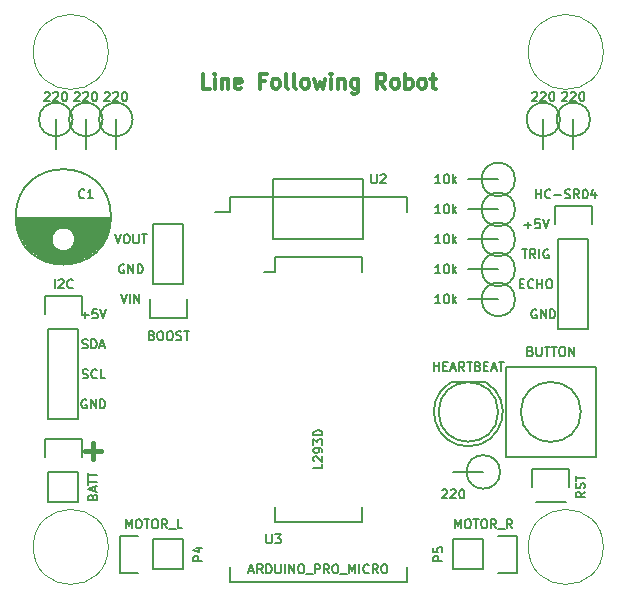
<source format=gto>
G04 #@! TF.FileFunction,Legend,Top*
%FSLAX46Y46*%
G04 Gerber Fmt 4.6, Leading zero omitted, Abs format (unit mm)*
G04 Created by KiCad (PCBNEW 4.0.5) date Thursday, March 09, 2017 'PMt' 12:33:45 PM*
%MOMM*%
%LPD*%
G01*
G04 APERTURE LIST*
%ADD10C,0.100000*%
%ADD11C,0.317500*%
%ADD12C,0.150000*%
%ADD13C,0.050800*%
%ADD14C,0.190500*%
%ADD15C,0.444500*%
G04 APERTURE END LIST*
D10*
D11*
X58117619Y-67249524D02*
X57512857Y-67249524D01*
X57512857Y-65979524D01*
X58540952Y-67249524D02*
X58540952Y-66402857D01*
X58540952Y-65979524D02*
X58480476Y-66040000D01*
X58540952Y-66100476D01*
X58601428Y-66040000D01*
X58540952Y-65979524D01*
X58540952Y-66100476D01*
X59145714Y-66402857D02*
X59145714Y-67249524D01*
X59145714Y-66523810D02*
X59206190Y-66463333D01*
X59327143Y-66402857D01*
X59508571Y-66402857D01*
X59629523Y-66463333D01*
X59690000Y-66584286D01*
X59690000Y-67249524D01*
X60778571Y-67189048D02*
X60657619Y-67249524D01*
X60415714Y-67249524D01*
X60294762Y-67189048D01*
X60234286Y-67068095D01*
X60234286Y-66584286D01*
X60294762Y-66463333D01*
X60415714Y-66402857D01*
X60657619Y-66402857D01*
X60778571Y-66463333D01*
X60839048Y-66584286D01*
X60839048Y-66705238D01*
X60234286Y-66826190D01*
X62774285Y-66584286D02*
X62350952Y-66584286D01*
X62350952Y-67249524D02*
X62350952Y-65979524D01*
X62955714Y-65979524D01*
X63620952Y-67249524D02*
X63499999Y-67189048D01*
X63439523Y-67128571D01*
X63379047Y-67007619D01*
X63379047Y-66644762D01*
X63439523Y-66523810D01*
X63499999Y-66463333D01*
X63620952Y-66402857D01*
X63802380Y-66402857D01*
X63923332Y-66463333D01*
X63983809Y-66523810D01*
X64044285Y-66644762D01*
X64044285Y-67007619D01*
X63983809Y-67128571D01*
X63923332Y-67189048D01*
X63802380Y-67249524D01*
X63620952Y-67249524D01*
X64770000Y-67249524D02*
X64649047Y-67189048D01*
X64588571Y-67068095D01*
X64588571Y-65979524D01*
X65435238Y-67249524D02*
X65314285Y-67189048D01*
X65253809Y-67068095D01*
X65253809Y-65979524D01*
X66100476Y-67249524D02*
X65979523Y-67189048D01*
X65919047Y-67128571D01*
X65858571Y-67007619D01*
X65858571Y-66644762D01*
X65919047Y-66523810D01*
X65979523Y-66463333D01*
X66100476Y-66402857D01*
X66281904Y-66402857D01*
X66402856Y-66463333D01*
X66463333Y-66523810D01*
X66523809Y-66644762D01*
X66523809Y-67007619D01*
X66463333Y-67128571D01*
X66402856Y-67189048D01*
X66281904Y-67249524D01*
X66100476Y-67249524D01*
X66947143Y-66402857D02*
X67189047Y-67249524D01*
X67430952Y-66644762D01*
X67672857Y-67249524D01*
X67914762Y-66402857D01*
X68398571Y-67249524D02*
X68398571Y-66402857D01*
X68398571Y-65979524D02*
X68338095Y-66040000D01*
X68398571Y-66100476D01*
X68459047Y-66040000D01*
X68398571Y-65979524D01*
X68398571Y-66100476D01*
X69003333Y-66402857D02*
X69003333Y-67249524D01*
X69003333Y-66523810D02*
X69063809Y-66463333D01*
X69184762Y-66402857D01*
X69366190Y-66402857D01*
X69487142Y-66463333D01*
X69547619Y-66584286D01*
X69547619Y-67249524D01*
X70696667Y-66402857D02*
X70696667Y-67430952D01*
X70636190Y-67551905D01*
X70575714Y-67612381D01*
X70454762Y-67672857D01*
X70273333Y-67672857D01*
X70152381Y-67612381D01*
X70696667Y-67189048D02*
X70575714Y-67249524D01*
X70333810Y-67249524D01*
X70212857Y-67189048D01*
X70152381Y-67128571D01*
X70091905Y-67007619D01*
X70091905Y-66644762D01*
X70152381Y-66523810D01*
X70212857Y-66463333D01*
X70333810Y-66402857D01*
X70575714Y-66402857D01*
X70696667Y-66463333D01*
X72994762Y-67249524D02*
X72571429Y-66644762D01*
X72269048Y-67249524D02*
X72269048Y-65979524D01*
X72752857Y-65979524D01*
X72873810Y-66040000D01*
X72934286Y-66100476D01*
X72994762Y-66221429D01*
X72994762Y-66402857D01*
X72934286Y-66523810D01*
X72873810Y-66584286D01*
X72752857Y-66644762D01*
X72269048Y-66644762D01*
X73720477Y-67249524D02*
X73599524Y-67189048D01*
X73539048Y-67128571D01*
X73478572Y-67007619D01*
X73478572Y-66644762D01*
X73539048Y-66523810D01*
X73599524Y-66463333D01*
X73720477Y-66402857D01*
X73901905Y-66402857D01*
X74022857Y-66463333D01*
X74083334Y-66523810D01*
X74143810Y-66644762D01*
X74143810Y-67007619D01*
X74083334Y-67128571D01*
X74022857Y-67189048D01*
X73901905Y-67249524D01*
X73720477Y-67249524D01*
X74688096Y-67249524D02*
X74688096Y-65979524D01*
X74688096Y-66463333D02*
X74809048Y-66402857D01*
X75050953Y-66402857D01*
X75171905Y-66463333D01*
X75232382Y-66523810D01*
X75292858Y-66644762D01*
X75292858Y-67007619D01*
X75232382Y-67128571D01*
X75171905Y-67189048D01*
X75050953Y-67249524D01*
X74809048Y-67249524D01*
X74688096Y-67189048D01*
X76018573Y-67249524D02*
X75897620Y-67189048D01*
X75837144Y-67128571D01*
X75776668Y-67007619D01*
X75776668Y-66644762D01*
X75837144Y-66523810D01*
X75897620Y-66463333D01*
X76018573Y-66402857D01*
X76200001Y-66402857D01*
X76320953Y-66463333D01*
X76381430Y-66523810D01*
X76441906Y-66644762D01*
X76441906Y-67007619D01*
X76381430Y-67128571D01*
X76320953Y-67189048D01*
X76200001Y-67249524D01*
X76018573Y-67249524D01*
X76804763Y-66402857D02*
X77288573Y-66402857D01*
X76986192Y-65979524D02*
X76986192Y-67068095D01*
X77046668Y-67189048D01*
X77167621Y-67249524D01*
X77288573Y-67249524D01*
D12*
X87630000Y-80010000D02*
X87630000Y-87630000D01*
X90170000Y-80010000D02*
X90170000Y-87630000D01*
X90450000Y-77190000D02*
X90450000Y-78740000D01*
X87630000Y-87630000D02*
X90170000Y-87630000D01*
X90170000Y-80010000D02*
X87630000Y-80010000D01*
X87350000Y-78740000D02*
X87350000Y-77190000D01*
X87350000Y-77190000D02*
X90450000Y-77190000D01*
X44450000Y-87630000D02*
X44450000Y-95250000D01*
X46990000Y-87630000D02*
X46990000Y-95250000D01*
X47270000Y-84810000D02*
X47270000Y-86360000D01*
X44450000Y-95250000D02*
X46990000Y-95250000D01*
X46990000Y-87630000D02*
X44450000Y-87630000D01*
X44170000Y-86360000D02*
X44170000Y-84810000D01*
X44170000Y-84810000D02*
X47270000Y-84810000D01*
X55880000Y-83820000D02*
X55880000Y-78740000D01*
X55880000Y-78740000D02*
X53340000Y-78740000D01*
X53340000Y-78740000D02*
X53340000Y-83820000D01*
X53060000Y-86640000D02*
X53060000Y-85090000D01*
X53340000Y-83820000D02*
X55880000Y-83820000D01*
X56160000Y-85090000D02*
X56160000Y-86640000D01*
X56160000Y-86640000D02*
X53060000Y-86640000D01*
X46990000Y-99695000D02*
X46990000Y-102235000D01*
X47270000Y-96875000D02*
X47270000Y-98425000D01*
X46990000Y-99695000D02*
X44450000Y-99695000D01*
X44170000Y-98425000D02*
X44170000Y-96875000D01*
X44170000Y-96875000D02*
X47270000Y-96875000D01*
X44450000Y-99695000D02*
X44450000Y-102235000D01*
X44450000Y-102235000D02*
X46990000Y-102235000D01*
X63500000Y-74930000D02*
X63500000Y-80010000D01*
X63500000Y-80010000D02*
X71120000Y-80010000D01*
X71120000Y-80010000D02*
X71120000Y-74930000D01*
X71120000Y-74930000D02*
X63500000Y-74930000D01*
X59825000Y-76445000D02*
X59825000Y-77715000D01*
X74795000Y-76445000D02*
X74795000Y-77715000D01*
X74795000Y-108975000D02*
X74795000Y-107705000D01*
X59825000Y-108975000D02*
X59825000Y-107705000D01*
X59825000Y-76445000D02*
X74795000Y-76445000D01*
X59825000Y-108975000D02*
X74795000Y-108975000D01*
X59825000Y-77715000D02*
X58540000Y-77715000D01*
X78485096Y-92130112D02*
G75*
G03X81510000Y-92115000I1524904J-2484888D01*
G01*
X78510000Y-92115000D02*
X81510000Y-92115000D01*
X82527936Y-94615000D02*
G75*
G03X82527936Y-94615000I-2517936J0D01*
G01*
D13*
X91440000Y-64135000D02*
G75*
G03X91440000Y-64135000I-3175000J0D01*
G01*
X49530000Y-106045000D02*
G75*
G03X49530000Y-106045000I-3175000J0D01*
G01*
X49530000Y-64135000D02*
G75*
G03X49530000Y-64135000I-3175000J0D01*
G01*
X91440000Y-106045000D02*
G75*
G03X91440000Y-106045000I-3175000J0D01*
G01*
D12*
X88545000Y-99415000D02*
X88545000Y-100965000D01*
X85445000Y-100965000D02*
X85445000Y-99415000D01*
X85445000Y-99415000D02*
X88545000Y-99415000D01*
X85725000Y-102235000D02*
X88265000Y-102235000D01*
X53340000Y-105410000D02*
X55880000Y-105410000D01*
X50520000Y-105130000D02*
X52070000Y-105130000D01*
X53340000Y-105410000D02*
X53340000Y-107950000D01*
X52070000Y-108230000D02*
X50520000Y-108230000D01*
X50520000Y-108230000D02*
X50520000Y-105130000D01*
X53340000Y-107950000D02*
X55880000Y-107950000D01*
X55880000Y-107950000D02*
X55880000Y-105410000D01*
X81280000Y-107950000D02*
X78740000Y-107950000D01*
X84100000Y-108230000D02*
X82550000Y-108230000D01*
X81280000Y-107950000D02*
X81280000Y-105410000D01*
X82550000Y-105130000D02*
X84100000Y-105130000D01*
X84100000Y-105130000D02*
X84100000Y-108230000D01*
X81280000Y-105410000D02*
X78740000Y-105410000D01*
X78740000Y-105410000D02*
X78740000Y-107950000D01*
X63635000Y-81525000D02*
X63635000Y-82795000D01*
X70985000Y-81525000D02*
X70985000Y-82795000D01*
X70985000Y-103895000D02*
X70985000Y-102625000D01*
X63635000Y-103895000D02*
X63635000Y-102625000D01*
X63635000Y-81525000D02*
X70985000Y-81525000D01*
X63635000Y-103895000D02*
X70985000Y-103895000D01*
X63635000Y-82795000D02*
X62700000Y-82795000D01*
X45085000Y-69850000D02*
X45085000Y-72390000D01*
X46504903Y-69850000D02*
G75*
G03X46504903Y-69850000I-1419903J0D01*
G01*
X47625000Y-69850000D02*
X47625000Y-72390000D01*
X49044903Y-69850000D02*
G75*
G03X49044903Y-69850000I-1419903J0D01*
G01*
X50165000Y-69850000D02*
X50165000Y-72390000D01*
X51584903Y-69850000D02*
G75*
G03X51584903Y-69850000I-1419903J0D01*
G01*
X86360000Y-69850000D02*
X86360000Y-72390000D01*
X87779903Y-69850000D02*
G75*
G03X87779903Y-69850000I-1419903J0D01*
G01*
X88900000Y-69850000D02*
X88900000Y-72390000D01*
X90319903Y-69850000D02*
G75*
G03X90319903Y-69850000I-1419903J0D01*
G01*
X82550000Y-77470000D02*
X80010000Y-77470000D01*
X83969903Y-77470000D02*
G75*
G03X83969903Y-77470000I-1419903J0D01*
G01*
X82550000Y-74930000D02*
X80010000Y-74930000D01*
X83969903Y-74930000D02*
G75*
G03X83969903Y-74930000I-1419903J0D01*
G01*
X82550000Y-85090000D02*
X80010000Y-85090000D01*
X83969903Y-85090000D02*
G75*
G03X83969903Y-85090000I-1419903J0D01*
G01*
X82550000Y-82550000D02*
X80010000Y-82550000D01*
X83969903Y-82550000D02*
G75*
G03X83969903Y-82550000I-1419903J0D01*
G01*
X82550000Y-80010000D02*
X80010000Y-80010000D01*
X83969903Y-80010000D02*
G75*
G03X83969903Y-80010000I-1419903J0D01*
G01*
X81280000Y-99695000D02*
X78740000Y-99695000D01*
X82699903Y-99695000D02*
G75*
G03X82699903Y-99695000I-1419903J0D01*
G01*
X89535000Y-94615000D02*
G75*
G03X89535000Y-94615000I-2540000J0D01*
G01*
X90805000Y-90805000D02*
X90805000Y-98425000D01*
X90805000Y-98425000D02*
X83185000Y-98425000D01*
X83185000Y-98425000D02*
X83185000Y-90805000D01*
X90805000Y-90805000D02*
X83185000Y-90805000D01*
X49719000Y-78175000D02*
X41721000Y-78175000D01*
X49714000Y-78315000D02*
X41726000Y-78315000D01*
X49704000Y-78455000D02*
X41736000Y-78455000D01*
X49689000Y-78595000D02*
X41751000Y-78595000D01*
X49669000Y-78735000D02*
X41771000Y-78735000D01*
X49644000Y-78875000D02*
X41796000Y-78875000D01*
X49614000Y-79015000D02*
X45893000Y-79015000D01*
X45547000Y-79015000D02*
X41826000Y-79015000D01*
X49578000Y-79155000D02*
X46255000Y-79155000D01*
X45185000Y-79155000D02*
X41862000Y-79155000D01*
X49537000Y-79295000D02*
X46429000Y-79295000D01*
X45011000Y-79295000D02*
X41903000Y-79295000D01*
X49491000Y-79435000D02*
X46545000Y-79435000D01*
X44895000Y-79435000D02*
X41949000Y-79435000D01*
X49438000Y-79575000D02*
X46625000Y-79575000D01*
X44815000Y-79575000D02*
X42002000Y-79575000D01*
X49379000Y-79715000D02*
X46679000Y-79715000D01*
X44761000Y-79715000D02*
X42061000Y-79715000D01*
X49314000Y-79855000D02*
X46709000Y-79855000D01*
X44731000Y-79855000D02*
X42126000Y-79855000D01*
X49243000Y-79995000D02*
X46720000Y-79995000D01*
X44720000Y-79995000D02*
X42197000Y-79995000D01*
X49164000Y-80135000D02*
X46711000Y-80135000D01*
X44729000Y-80135000D02*
X42276000Y-80135000D01*
X49077000Y-80275000D02*
X46681000Y-80275000D01*
X44759000Y-80275000D02*
X42363000Y-80275000D01*
X48982000Y-80415000D02*
X46630000Y-80415000D01*
X44810000Y-80415000D02*
X42458000Y-80415000D01*
X48878000Y-80555000D02*
X46552000Y-80555000D01*
X44888000Y-80555000D02*
X42562000Y-80555000D01*
X48764000Y-80695000D02*
X46439000Y-80695000D01*
X45001000Y-80695000D02*
X42676000Y-80695000D01*
X48639000Y-80835000D02*
X46270000Y-80835000D01*
X45170000Y-80835000D02*
X42801000Y-80835000D01*
X48501000Y-80975000D02*
X45942000Y-80975000D01*
X45498000Y-80975000D02*
X42939000Y-80975000D01*
X48349000Y-81115000D02*
X43091000Y-81115000D01*
X48179000Y-81255000D02*
X43261000Y-81255000D01*
X47988000Y-81395000D02*
X43452000Y-81395000D01*
X47770000Y-81535000D02*
X43670000Y-81535000D01*
X47514000Y-81675000D02*
X43926000Y-81675000D01*
X47203000Y-81815000D02*
X44237000Y-81815000D01*
X46787000Y-81955000D02*
X44653000Y-81955000D01*
X45920000Y-82095000D02*
X45520000Y-82095000D01*
X46720000Y-80000000D02*
G75*
G03X46720000Y-80000000I-1000000J0D01*
G01*
X49757500Y-78100000D02*
G75*
G03X49757500Y-78100000I-4037500J0D01*
G01*
D14*
X85725001Y-76544714D02*
X85725001Y-75782714D01*
X85725001Y-76145571D02*
X86160429Y-76145571D01*
X86160429Y-76544714D02*
X86160429Y-75782714D01*
X86958715Y-76472143D02*
X86922429Y-76508429D01*
X86813572Y-76544714D01*
X86741001Y-76544714D01*
X86632144Y-76508429D01*
X86559572Y-76435857D01*
X86523287Y-76363286D01*
X86487001Y-76218143D01*
X86487001Y-76109286D01*
X86523287Y-75964143D01*
X86559572Y-75891571D01*
X86632144Y-75819000D01*
X86741001Y-75782714D01*
X86813572Y-75782714D01*
X86922429Y-75819000D01*
X86958715Y-75855286D01*
X87285287Y-76254429D02*
X87865858Y-76254429D01*
X88192430Y-76508429D02*
X88301287Y-76544714D01*
X88482716Y-76544714D01*
X88555287Y-76508429D01*
X88591573Y-76472143D01*
X88627858Y-76399571D01*
X88627858Y-76327000D01*
X88591573Y-76254429D01*
X88555287Y-76218143D01*
X88482716Y-76181857D01*
X88337573Y-76145571D01*
X88265001Y-76109286D01*
X88228716Y-76073000D01*
X88192430Y-76000429D01*
X88192430Y-75927857D01*
X88228716Y-75855286D01*
X88265001Y-75819000D01*
X88337573Y-75782714D01*
X88519001Y-75782714D01*
X88627858Y-75819000D01*
X89389858Y-76544714D02*
X89135858Y-76181857D01*
X88954430Y-76544714D02*
X88954430Y-75782714D01*
X89244715Y-75782714D01*
X89317287Y-75819000D01*
X89353572Y-75855286D01*
X89389858Y-75927857D01*
X89389858Y-76036714D01*
X89353572Y-76109286D01*
X89317287Y-76145571D01*
X89244715Y-76181857D01*
X88954430Y-76181857D01*
X89861572Y-75782714D02*
X89934144Y-75782714D01*
X90006715Y-75819000D01*
X90043001Y-75855286D01*
X90079287Y-75927857D01*
X90115572Y-76073000D01*
X90115572Y-76254429D01*
X90079287Y-76399571D01*
X90043001Y-76472143D01*
X90006715Y-76508429D01*
X89934144Y-76544714D01*
X89861572Y-76544714D01*
X89789001Y-76508429D01*
X89752715Y-76472143D01*
X89716430Y-76399571D01*
X89680144Y-76254429D01*
X89680144Y-76073000D01*
X89716430Y-75927857D01*
X89752715Y-75855286D01*
X89789001Y-75819000D01*
X89861572Y-75782714D01*
X90768715Y-76036714D02*
X90768715Y-76544714D01*
X90587286Y-75746429D02*
X90405858Y-76290714D01*
X90877572Y-76290714D01*
X85779428Y-85979000D02*
X85706857Y-85942714D01*
X85598000Y-85942714D01*
X85489143Y-85979000D01*
X85416571Y-86051571D01*
X85380286Y-86124143D01*
X85344000Y-86269286D01*
X85344000Y-86378143D01*
X85380286Y-86523286D01*
X85416571Y-86595857D01*
X85489143Y-86668429D01*
X85598000Y-86704714D01*
X85670571Y-86704714D01*
X85779428Y-86668429D01*
X85815714Y-86632143D01*
X85815714Y-86378143D01*
X85670571Y-86378143D01*
X86142286Y-86704714D02*
X86142286Y-85942714D01*
X86577714Y-86704714D01*
X86577714Y-85942714D01*
X86940572Y-86704714D02*
X86940572Y-85942714D01*
X87122000Y-85942714D01*
X87230857Y-85979000D01*
X87303429Y-86051571D01*
X87339714Y-86124143D01*
X87376000Y-86269286D01*
X87376000Y-86378143D01*
X87339714Y-86523286D01*
X87303429Y-86595857D01*
X87230857Y-86668429D01*
X87122000Y-86704714D01*
X86940572Y-86704714D01*
X84382429Y-83765571D02*
X84636429Y-83765571D01*
X84745286Y-84164714D02*
X84382429Y-84164714D01*
X84382429Y-83402714D01*
X84745286Y-83402714D01*
X85507286Y-84092143D02*
X85471000Y-84128429D01*
X85362143Y-84164714D01*
X85289572Y-84164714D01*
X85180715Y-84128429D01*
X85108143Y-84055857D01*
X85071858Y-83983286D01*
X85035572Y-83838143D01*
X85035572Y-83729286D01*
X85071858Y-83584143D01*
X85108143Y-83511571D01*
X85180715Y-83439000D01*
X85289572Y-83402714D01*
X85362143Y-83402714D01*
X85471000Y-83439000D01*
X85507286Y-83475286D01*
X85833858Y-84164714D02*
X85833858Y-83402714D01*
X85833858Y-83765571D02*
X86269286Y-83765571D01*
X86269286Y-84164714D02*
X86269286Y-83402714D01*
X86777286Y-83402714D02*
X86922429Y-83402714D01*
X86995001Y-83439000D01*
X87067572Y-83511571D01*
X87103858Y-83656714D01*
X87103858Y-83910714D01*
X87067572Y-84055857D01*
X86995001Y-84128429D01*
X86922429Y-84164714D01*
X86777286Y-84164714D01*
X86704715Y-84128429D01*
X86632144Y-84055857D01*
X86595858Y-83910714D01*
X86595858Y-83656714D01*
X86632144Y-83511571D01*
X86704715Y-83439000D01*
X86777286Y-83402714D01*
X84563857Y-80862714D02*
X84999286Y-80862714D01*
X84781572Y-81624714D02*
X84781572Y-80862714D01*
X85688714Y-81624714D02*
X85434714Y-81261857D01*
X85253286Y-81624714D02*
X85253286Y-80862714D01*
X85543571Y-80862714D01*
X85616143Y-80899000D01*
X85652428Y-80935286D01*
X85688714Y-81007857D01*
X85688714Y-81116714D01*
X85652428Y-81189286D01*
X85616143Y-81225571D01*
X85543571Y-81261857D01*
X85253286Y-81261857D01*
X86015286Y-81624714D02*
X86015286Y-80862714D01*
X86777285Y-80899000D02*
X86704714Y-80862714D01*
X86595857Y-80862714D01*
X86487000Y-80899000D01*
X86414428Y-80971571D01*
X86378143Y-81044143D01*
X86341857Y-81189286D01*
X86341857Y-81298143D01*
X86378143Y-81443286D01*
X86414428Y-81515857D01*
X86487000Y-81588429D01*
X86595857Y-81624714D01*
X86668428Y-81624714D01*
X86777285Y-81588429D01*
X86813571Y-81552143D01*
X86813571Y-81298143D01*
X86668428Y-81298143D01*
X84745286Y-78794429D02*
X85325857Y-78794429D01*
X85035571Y-79084714D02*
X85035571Y-78504143D01*
X86051572Y-78322714D02*
X85688715Y-78322714D01*
X85652429Y-78685571D01*
X85688715Y-78649286D01*
X85761286Y-78613000D01*
X85942715Y-78613000D01*
X86015286Y-78649286D01*
X86051572Y-78685571D01*
X86087857Y-78758143D01*
X86087857Y-78939571D01*
X86051572Y-79012143D01*
X86015286Y-79048429D01*
X85942715Y-79084714D01*
X85761286Y-79084714D01*
X85688715Y-79048429D01*
X85652429Y-79012143D01*
X86305571Y-78322714D02*
X86559571Y-79084714D01*
X86813571Y-78322714D01*
X44976144Y-84164714D02*
X44976144Y-83402714D01*
X45302715Y-83475286D02*
X45339001Y-83439000D01*
X45411572Y-83402714D01*
X45593001Y-83402714D01*
X45665572Y-83439000D01*
X45701858Y-83475286D01*
X45738143Y-83547857D01*
X45738143Y-83620429D01*
X45701858Y-83729286D01*
X45266429Y-84164714D01*
X45738143Y-84164714D01*
X46500143Y-84092143D02*
X46463857Y-84128429D01*
X46355000Y-84164714D01*
X46282429Y-84164714D01*
X46173572Y-84128429D01*
X46101000Y-84055857D01*
X46064715Y-83983286D01*
X46028429Y-83838143D01*
X46028429Y-83729286D01*
X46064715Y-83584143D01*
X46101000Y-83511571D01*
X46173572Y-83439000D01*
X46282429Y-83402714D01*
X46355000Y-83402714D01*
X46463857Y-83439000D01*
X46500143Y-83475286D01*
X47679428Y-93599000D02*
X47606857Y-93562714D01*
X47498000Y-93562714D01*
X47389143Y-93599000D01*
X47316571Y-93671571D01*
X47280286Y-93744143D01*
X47244000Y-93889286D01*
X47244000Y-93998143D01*
X47280286Y-94143286D01*
X47316571Y-94215857D01*
X47389143Y-94288429D01*
X47498000Y-94324714D01*
X47570571Y-94324714D01*
X47679428Y-94288429D01*
X47715714Y-94252143D01*
X47715714Y-93998143D01*
X47570571Y-93998143D01*
X48042286Y-94324714D02*
X48042286Y-93562714D01*
X48477714Y-94324714D01*
X48477714Y-93562714D01*
X48840572Y-94324714D02*
X48840572Y-93562714D01*
X49022000Y-93562714D01*
X49130857Y-93599000D01*
X49203429Y-93671571D01*
X49239714Y-93744143D01*
X49276000Y-93889286D01*
X49276000Y-93998143D01*
X49239714Y-94143286D01*
X49203429Y-94215857D01*
X49130857Y-94288429D01*
X49022000Y-94324714D01*
X48840572Y-94324714D01*
X47280286Y-86414429D02*
X47860857Y-86414429D01*
X47570571Y-86704714D02*
X47570571Y-86124143D01*
X48586572Y-85942714D02*
X48223715Y-85942714D01*
X48187429Y-86305571D01*
X48223715Y-86269286D01*
X48296286Y-86233000D01*
X48477715Y-86233000D01*
X48550286Y-86269286D01*
X48586572Y-86305571D01*
X48622857Y-86378143D01*
X48622857Y-86559571D01*
X48586572Y-86632143D01*
X48550286Y-86668429D01*
X48477715Y-86704714D01*
X48296286Y-86704714D01*
X48223715Y-86668429D01*
X48187429Y-86632143D01*
X48840571Y-85942714D02*
X49094571Y-86704714D01*
X49348571Y-85942714D01*
X47352858Y-91748429D02*
X47461715Y-91784714D01*
X47643144Y-91784714D01*
X47715715Y-91748429D01*
X47752001Y-91712143D01*
X47788286Y-91639571D01*
X47788286Y-91567000D01*
X47752001Y-91494429D01*
X47715715Y-91458143D01*
X47643144Y-91421857D01*
X47498001Y-91385571D01*
X47425429Y-91349286D01*
X47389144Y-91313000D01*
X47352858Y-91240429D01*
X47352858Y-91167857D01*
X47389144Y-91095286D01*
X47425429Y-91059000D01*
X47498001Y-91022714D01*
X47679429Y-91022714D01*
X47788286Y-91059000D01*
X48550286Y-91712143D02*
X48514000Y-91748429D01*
X48405143Y-91784714D01*
X48332572Y-91784714D01*
X48223715Y-91748429D01*
X48151143Y-91675857D01*
X48114858Y-91603286D01*
X48078572Y-91458143D01*
X48078572Y-91349286D01*
X48114858Y-91204143D01*
X48151143Y-91131571D01*
X48223715Y-91059000D01*
X48332572Y-91022714D01*
X48405143Y-91022714D01*
X48514000Y-91059000D01*
X48550286Y-91095286D01*
X49239715Y-91784714D02*
X48876858Y-91784714D01*
X48876858Y-91022714D01*
X47334715Y-89208429D02*
X47443572Y-89244714D01*
X47625001Y-89244714D01*
X47697572Y-89208429D01*
X47733858Y-89172143D01*
X47770143Y-89099571D01*
X47770143Y-89027000D01*
X47733858Y-88954429D01*
X47697572Y-88918143D01*
X47625001Y-88881857D01*
X47479858Y-88845571D01*
X47407286Y-88809286D01*
X47371001Y-88773000D01*
X47334715Y-88700429D01*
X47334715Y-88627857D01*
X47371001Y-88555286D01*
X47407286Y-88519000D01*
X47479858Y-88482714D01*
X47661286Y-88482714D01*
X47770143Y-88519000D01*
X48096715Y-89244714D02*
X48096715Y-88482714D01*
X48278143Y-88482714D01*
X48387000Y-88519000D01*
X48459572Y-88591571D01*
X48495857Y-88664143D01*
X48532143Y-88809286D01*
X48532143Y-88918143D01*
X48495857Y-89063286D01*
X48459572Y-89135857D01*
X48387000Y-89208429D01*
X48278143Y-89244714D01*
X48096715Y-89244714D01*
X48822429Y-89027000D02*
X49185286Y-89027000D01*
X48749857Y-89244714D02*
X49003857Y-88482714D01*
X49257857Y-89244714D01*
X53213001Y-88135571D02*
X53321858Y-88171857D01*
X53358143Y-88208143D01*
X53394429Y-88280714D01*
X53394429Y-88389571D01*
X53358143Y-88462143D01*
X53321858Y-88498429D01*
X53249286Y-88534714D01*
X52959001Y-88534714D01*
X52959001Y-87772714D01*
X53213001Y-87772714D01*
X53285572Y-87809000D01*
X53321858Y-87845286D01*
X53358143Y-87917857D01*
X53358143Y-87990429D01*
X53321858Y-88063000D01*
X53285572Y-88099286D01*
X53213001Y-88135571D01*
X52959001Y-88135571D01*
X53866143Y-87772714D02*
X54011286Y-87772714D01*
X54083858Y-87809000D01*
X54156429Y-87881571D01*
X54192715Y-88026714D01*
X54192715Y-88280714D01*
X54156429Y-88425857D01*
X54083858Y-88498429D01*
X54011286Y-88534714D01*
X53866143Y-88534714D01*
X53793572Y-88498429D01*
X53721001Y-88425857D01*
X53684715Y-88280714D01*
X53684715Y-88026714D01*
X53721001Y-87881571D01*
X53793572Y-87809000D01*
X53866143Y-87772714D01*
X54664429Y-87772714D02*
X54809572Y-87772714D01*
X54882144Y-87809000D01*
X54954715Y-87881571D01*
X54991001Y-88026714D01*
X54991001Y-88280714D01*
X54954715Y-88425857D01*
X54882144Y-88498429D01*
X54809572Y-88534714D01*
X54664429Y-88534714D01*
X54591858Y-88498429D01*
X54519287Y-88425857D01*
X54483001Y-88280714D01*
X54483001Y-88026714D01*
X54519287Y-87881571D01*
X54591858Y-87809000D01*
X54664429Y-87772714D01*
X55281287Y-88498429D02*
X55390144Y-88534714D01*
X55571573Y-88534714D01*
X55644144Y-88498429D01*
X55680430Y-88462143D01*
X55716715Y-88389571D01*
X55716715Y-88317000D01*
X55680430Y-88244429D01*
X55644144Y-88208143D01*
X55571573Y-88171857D01*
X55426430Y-88135571D01*
X55353858Y-88099286D01*
X55317573Y-88063000D01*
X55281287Y-87990429D01*
X55281287Y-87917857D01*
X55317573Y-87845286D01*
X55353858Y-87809000D01*
X55426430Y-87772714D01*
X55607858Y-87772714D01*
X55716715Y-87809000D01*
X55934429Y-87772714D02*
X56369858Y-87772714D01*
X56152144Y-88534714D02*
X56152144Y-87772714D01*
X50092428Y-79592714D02*
X50346428Y-80354714D01*
X50600428Y-79592714D01*
X50999571Y-79592714D02*
X51144714Y-79592714D01*
X51217286Y-79629000D01*
X51289857Y-79701571D01*
X51326143Y-79846714D01*
X51326143Y-80100714D01*
X51289857Y-80245857D01*
X51217286Y-80318429D01*
X51144714Y-80354714D01*
X50999571Y-80354714D01*
X50927000Y-80318429D01*
X50854429Y-80245857D01*
X50818143Y-80100714D01*
X50818143Y-79846714D01*
X50854429Y-79701571D01*
X50927000Y-79629000D01*
X50999571Y-79592714D01*
X51652715Y-79592714D02*
X51652715Y-80209571D01*
X51689000Y-80282143D01*
X51725286Y-80318429D01*
X51797857Y-80354714D01*
X51943000Y-80354714D01*
X52015572Y-80318429D01*
X52051857Y-80282143D01*
X52088143Y-80209571D01*
X52088143Y-79592714D01*
X52342143Y-79592714D02*
X52777572Y-79592714D01*
X52559858Y-80354714D02*
X52559858Y-79592714D01*
X50854428Y-82169000D02*
X50781857Y-82132714D01*
X50673000Y-82132714D01*
X50564143Y-82169000D01*
X50491571Y-82241571D01*
X50455286Y-82314143D01*
X50419000Y-82459286D01*
X50419000Y-82568143D01*
X50455286Y-82713286D01*
X50491571Y-82785857D01*
X50564143Y-82858429D01*
X50673000Y-82894714D01*
X50745571Y-82894714D01*
X50854428Y-82858429D01*
X50890714Y-82822143D01*
X50890714Y-82568143D01*
X50745571Y-82568143D01*
X51217286Y-82894714D02*
X51217286Y-82132714D01*
X51652714Y-82894714D01*
X51652714Y-82132714D01*
X52015572Y-82894714D02*
X52015572Y-82132714D01*
X52197000Y-82132714D01*
X52305857Y-82169000D01*
X52378429Y-82241571D01*
X52414714Y-82314143D01*
X52451000Y-82459286D01*
X52451000Y-82568143D01*
X52414714Y-82713286D01*
X52378429Y-82785857D01*
X52305857Y-82858429D01*
X52197000Y-82894714D01*
X52015572Y-82894714D01*
X50600428Y-84672714D02*
X50854428Y-85434714D01*
X51108428Y-84672714D01*
X51362429Y-85434714D02*
X51362429Y-84672714D01*
X51725286Y-85434714D02*
X51725286Y-84672714D01*
X52160714Y-85434714D01*
X52160714Y-84672714D01*
X48205571Y-101817713D02*
X48241857Y-101708856D01*
X48278143Y-101672571D01*
X48350714Y-101636285D01*
X48459571Y-101636285D01*
X48532143Y-101672571D01*
X48568429Y-101708856D01*
X48604714Y-101781428D01*
X48604714Y-102071713D01*
X47842714Y-102071713D01*
X47842714Y-101817713D01*
X47879000Y-101745142D01*
X47915286Y-101708856D01*
X47987857Y-101672571D01*
X48060429Y-101672571D01*
X48133000Y-101708856D01*
X48169286Y-101745142D01*
X48205571Y-101817713D01*
X48205571Y-102071713D01*
X48387000Y-101345999D02*
X48387000Y-100983142D01*
X48604714Y-101418571D02*
X47842714Y-101164571D01*
X48604714Y-100910571D01*
X47842714Y-100765428D02*
X47842714Y-100329999D01*
X48604714Y-100547713D02*
X47842714Y-100547713D01*
X47842714Y-100184857D02*
X47842714Y-99749428D01*
X48604714Y-99967142D02*
X47842714Y-99967142D01*
D15*
X47582667Y-97917000D02*
X48937334Y-97917000D01*
X48260001Y-98594333D02*
X48260001Y-97239667D01*
D14*
X71809429Y-74512714D02*
X71809429Y-75129571D01*
X71845714Y-75202143D01*
X71882000Y-75238429D01*
X71954571Y-75274714D01*
X72099714Y-75274714D01*
X72172286Y-75238429D01*
X72208571Y-75202143D01*
X72244857Y-75129571D01*
X72244857Y-74512714D01*
X72571429Y-74585286D02*
X72607715Y-74549000D01*
X72680286Y-74512714D01*
X72861715Y-74512714D01*
X72934286Y-74549000D01*
X72970572Y-74585286D01*
X73006857Y-74657857D01*
X73006857Y-74730429D01*
X72970572Y-74839286D01*
X72535143Y-75274714D01*
X73006857Y-75274714D01*
X61468000Y-108077000D02*
X61830857Y-108077000D01*
X61395428Y-108294714D02*
X61649428Y-107532714D01*
X61903428Y-108294714D01*
X62592857Y-108294714D02*
X62338857Y-107931857D01*
X62157429Y-108294714D02*
X62157429Y-107532714D01*
X62447714Y-107532714D01*
X62520286Y-107569000D01*
X62556571Y-107605286D01*
X62592857Y-107677857D01*
X62592857Y-107786714D01*
X62556571Y-107859286D01*
X62520286Y-107895571D01*
X62447714Y-107931857D01*
X62157429Y-107931857D01*
X62919429Y-108294714D02*
X62919429Y-107532714D01*
X63100857Y-107532714D01*
X63209714Y-107569000D01*
X63282286Y-107641571D01*
X63318571Y-107714143D01*
X63354857Y-107859286D01*
X63354857Y-107968143D01*
X63318571Y-108113286D01*
X63282286Y-108185857D01*
X63209714Y-108258429D01*
X63100857Y-108294714D01*
X62919429Y-108294714D01*
X63681429Y-107532714D02*
X63681429Y-108149571D01*
X63717714Y-108222143D01*
X63754000Y-108258429D01*
X63826571Y-108294714D01*
X63971714Y-108294714D01*
X64044286Y-108258429D01*
X64080571Y-108222143D01*
X64116857Y-108149571D01*
X64116857Y-107532714D01*
X64479715Y-108294714D02*
X64479715Y-107532714D01*
X64842572Y-108294714D02*
X64842572Y-107532714D01*
X65278000Y-108294714D01*
X65278000Y-107532714D01*
X65786000Y-107532714D02*
X65931143Y-107532714D01*
X66003715Y-107569000D01*
X66076286Y-107641571D01*
X66112572Y-107786714D01*
X66112572Y-108040714D01*
X66076286Y-108185857D01*
X66003715Y-108258429D01*
X65931143Y-108294714D01*
X65786000Y-108294714D01*
X65713429Y-108258429D01*
X65640858Y-108185857D01*
X65604572Y-108040714D01*
X65604572Y-107786714D01*
X65640858Y-107641571D01*
X65713429Y-107569000D01*
X65786000Y-107532714D01*
X66257715Y-108367286D02*
X66838286Y-108367286D01*
X67019715Y-108294714D02*
X67019715Y-107532714D01*
X67310000Y-107532714D01*
X67382572Y-107569000D01*
X67418857Y-107605286D01*
X67455143Y-107677857D01*
X67455143Y-107786714D01*
X67418857Y-107859286D01*
X67382572Y-107895571D01*
X67310000Y-107931857D01*
X67019715Y-107931857D01*
X68217143Y-108294714D02*
X67963143Y-107931857D01*
X67781715Y-108294714D02*
X67781715Y-107532714D01*
X68072000Y-107532714D01*
X68144572Y-107569000D01*
X68180857Y-107605286D01*
X68217143Y-107677857D01*
X68217143Y-107786714D01*
X68180857Y-107859286D01*
X68144572Y-107895571D01*
X68072000Y-107931857D01*
X67781715Y-107931857D01*
X68688857Y-107532714D02*
X68834000Y-107532714D01*
X68906572Y-107569000D01*
X68979143Y-107641571D01*
X69015429Y-107786714D01*
X69015429Y-108040714D01*
X68979143Y-108185857D01*
X68906572Y-108258429D01*
X68834000Y-108294714D01*
X68688857Y-108294714D01*
X68616286Y-108258429D01*
X68543715Y-108185857D01*
X68507429Y-108040714D01*
X68507429Y-107786714D01*
X68543715Y-107641571D01*
X68616286Y-107569000D01*
X68688857Y-107532714D01*
X69160572Y-108367286D02*
X69741143Y-108367286D01*
X69922572Y-108294714D02*
X69922572Y-107532714D01*
X70176572Y-108077000D01*
X70430572Y-107532714D01*
X70430572Y-108294714D01*
X70793429Y-108294714D02*
X70793429Y-107532714D01*
X71591714Y-108222143D02*
X71555428Y-108258429D01*
X71446571Y-108294714D01*
X71374000Y-108294714D01*
X71265143Y-108258429D01*
X71192571Y-108185857D01*
X71156286Y-108113286D01*
X71120000Y-107968143D01*
X71120000Y-107859286D01*
X71156286Y-107714143D01*
X71192571Y-107641571D01*
X71265143Y-107569000D01*
X71374000Y-107532714D01*
X71446571Y-107532714D01*
X71555428Y-107569000D01*
X71591714Y-107605286D01*
X72353714Y-108294714D02*
X72099714Y-107931857D01*
X71918286Y-108294714D02*
X71918286Y-107532714D01*
X72208571Y-107532714D01*
X72281143Y-107569000D01*
X72317428Y-107605286D01*
X72353714Y-107677857D01*
X72353714Y-107786714D01*
X72317428Y-107859286D01*
X72281143Y-107895571D01*
X72208571Y-107931857D01*
X71918286Y-107931857D01*
X72825428Y-107532714D02*
X72970571Y-107532714D01*
X73043143Y-107569000D01*
X73115714Y-107641571D01*
X73152000Y-107786714D01*
X73152000Y-108040714D01*
X73115714Y-108185857D01*
X73043143Y-108258429D01*
X72970571Y-108294714D01*
X72825428Y-108294714D01*
X72752857Y-108258429D01*
X72680286Y-108185857D01*
X72644000Y-108040714D01*
X72644000Y-107786714D01*
X72680286Y-107641571D01*
X72752857Y-107569000D01*
X72825428Y-107532714D01*
X77107143Y-91149714D02*
X77107143Y-90387714D01*
X77107143Y-90750571D02*
X77542571Y-90750571D01*
X77542571Y-91149714D02*
X77542571Y-90387714D01*
X77905429Y-90750571D02*
X78159429Y-90750571D01*
X78268286Y-91149714D02*
X77905429Y-91149714D01*
X77905429Y-90387714D01*
X78268286Y-90387714D01*
X78558572Y-90932000D02*
X78921429Y-90932000D01*
X78486000Y-91149714D02*
X78740000Y-90387714D01*
X78994000Y-91149714D01*
X79683429Y-91149714D02*
X79429429Y-90786857D01*
X79248001Y-91149714D02*
X79248001Y-90387714D01*
X79538286Y-90387714D01*
X79610858Y-90424000D01*
X79647143Y-90460286D01*
X79683429Y-90532857D01*
X79683429Y-90641714D01*
X79647143Y-90714286D01*
X79610858Y-90750571D01*
X79538286Y-90786857D01*
X79248001Y-90786857D01*
X79901143Y-90387714D02*
X80336572Y-90387714D01*
X80118858Y-91149714D02*
X80118858Y-90387714D01*
X80844572Y-90750571D02*
X80953429Y-90786857D01*
X80989714Y-90823143D01*
X81026000Y-90895714D01*
X81026000Y-91004571D01*
X80989714Y-91077143D01*
X80953429Y-91113429D01*
X80880857Y-91149714D01*
X80590572Y-91149714D01*
X80590572Y-90387714D01*
X80844572Y-90387714D01*
X80917143Y-90424000D01*
X80953429Y-90460286D01*
X80989714Y-90532857D01*
X80989714Y-90605429D01*
X80953429Y-90678000D01*
X80917143Y-90714286D01*
X80844572Y-90750571D01*
X80590572Y-90750571D01*
X81352572Y-90750571D02*
X81606572Y-90750571D01*
X81715429Y-91149714D02*
X81352572Y-91149714D01*
X81352572Y-90387714D01*
X81715429Y-90387714D01*
X82005715Y-90932000D02*
X82368572Y-90932000D01*
X81933143Y-91149714D02*
X82187143Y-90387714D01*
X82441143Y-91149714D01*
X82586286Y-90387714D02*
X83021715Y-90387714D01*
X82804001Y-91149714D02*
X82804001Y-90387714D01*
X89879714Y-101382285D02*
X89516857Y-101636285D01*
X89879714Y-101817713D02*
X89117714Y-101817713D01*
X89117714Y-101527428D01*
X89154000Y-101454856D01*
X89190286Y-101418571D01*
X89262857Y-101382285D01*
X89371714Y-101382285D01*
X89444286Y-101418571D01*
X89480571Y-101454856D01*
X89516857Y-101527428D01*
X89516857Y-101817713D01*
X89843429Y-101091999D02*
X89879714Y-100983142D01*
X89879714Y-100801713D01*
X89843429Y-100729142D01*
X89807143Y-100692856D01*
X89734571Y-100656571D01*
X89662000Y-100656571D01*
X89589429Y-100692856D01*
X89553143Y-100729142D01*
X89516857Y-100801713D01*
X89480571Y-100946856D01*
X89444286Y-101019428D01*
X89408000Y-101055713D01*
X89335429Y-101091999D01*
X89262857Y-101091999D01*
X89190286Y-101055713D01*
X89154000Y-101019428D01*
X89117714Y-100946856D01*
X89117714Y-100765428D01*
X89154000Y-100656571D01*
X89117714Y-100438857D02*
X89117714Y-100003428D01*
X89879714Y-100221142D02*
X89117714Y-100221142D01*
X57494714Y-107242428D02*
X56732714Y-107242428D01*
X56732714Y-106952143D01*
X56769000Y-106879571D01*
X56805286Y-106843286D01*
X56877857Y-106807000D01*
X56986714Y-106807000D01*
X57059286Y-106843286D01*
X57095571Y-106879571D01*
X57131857Y-106952143D01*
X57131857Y-107242428D01*
X56986714Y-106153857D02*
X57494714Y-106153857D01*
X56696429Y-106335286D02*
X57240714Y-106516714D01*
X57240714Y-106045000D01*
X51017715Y-104484714D02*
X51017715Y-103722714D01*
X51271715Y-104267000D01*
X51525715Y-103722714D01*
X51525715Y-104484714D01*
X52033714Y-103722714D02*
X52178857Y-103722714D01*
X52251429Y-103759000D01*
X52324000Y-103831571D01*
X52360286Y-103976714D01*
X52360286Y-104230714D01*
X52324000Y-104375857D01*
X52251429Y-104448429D01*
X52178857Y-104484714D01*
X52033714Y-104484714D01*
X51961143Y-104448429D01*
X51888572Y-104375857D01*
X51852286Y-104230714D01*
X51852286Y-103976714D01*
X51888572Y-103831571D01*
X51961143Y-103759000D01*
X52033714Y-103722714D01*
X52578000Y-103722714D02*
X53013429Y-103722714D01*
X52795715Y-104484714D02*
X52795715Y-103722714D01*
X53412571Y-103722714D02*
X53557714Y-103722714D01*
X53630286Y-103759000D01*
X53702857Y-103831571D01*
X53739143Y-103976714D01*
X53739143Y-104230714D01*
X53702857Y-104375857D01*
X53630286Y-104448429D01*
X53557714Y-104484714D01*
X53412571Y-104484714D01*
X53340000Y-104448429D01*
X53267429Y-104375857D01*
X53231143Y-104230714D01*
X53231143Y-103976714D01*
X53267429Y-103831571D01*
X53340000Y-103759000D01*
X53412571Y-103722714D01*
X54501143Y-104484714D02*
X54247143Y-104121857D01*
X54065715Y-104484714D02*
X54065715Y-103722714D01*
X54356000Y-103722714D01*
X54428572Y-103759000D01*
X54464857Y-103795286D01*
X54501143Y-103867857D01*
X54501143Y-103976714D01*
X54464857Y-104049286D01*
X54428572Y-104085571D01*
X54356000Y-104121857D01*
X54065715Y-104121857D01*
X54646286Y-104557286D02*
X55226857Y-104557286D01*
X55771143Y-104484714D02*
X55408286Y-104484714D01*
X55408286Y-103722714D01*
X77814714Y-107242428D02*
X77052714Y-107242428D01*
X77052714Y-106952143D01*
X77089000Y-106879571D01*
X77125286Y-106843286D01*
X77197857Y-106807000D01*
X77306714Y-106807000D01*
X77379286Y-106843286D01*
X77415571Y-106879571D01*
X77451857Y-106952143D01*
X77451857Y-107242428D01*
X77052714Y-106117571D02*
X77052714Y-106480428D01*
X77415571Y-106516714D01*
X77379286Y-106480428D01*
X77343000Y-106407857D01*
X77343000Y-106226428D01*
X77379286Y-106153857D01*
X77415571Y-106117571D01*
X77488143Y-106081286D01*
X77669571Y-106081286D01*
X77742143Y-106117571D01*
X77778429Y-106153857D01*
X77814714Y-106226428D01*
X77814714Y-106407857D01*
X77778429Y-106480428D01*
X77742143Y-106516714D01*
X78885144Y-104484714D02*
X78885144Y-103722714D01*
X79139144Y-104267000D01*
X79393144Y-103722714D01*
X79393144Y-104484714D01*
X79901143Y-103722714D02*
X80046286Y-103722714D01*
X80118858Y-103759000D01*
X80191429Y-103831571D01*
X80227715Y-103976714D01*
X80227715Y-104230714D01*
X80191429Y-104375857D01*
X80118858Y-104448429D01*
X80046286Y-104484714D01*
X79901143Y-104484714D01*
X79828572Y-104448429D01*
X79756001Y-104375857D01*
X79719715Y-104230714D01*
X79719715Y-103976714D01*
X79756001Y-103831571D01*
X79828572Y-103759000D01*
X79901143Y-103722714D01*
X80445429Y-103722714D02*
X80880858Y-103722714D01*
X80663144Y-104484714D02*
X80663144Y-103722714D01*
X81280000Y-103722714D02*
X81425143Y-103722714D01*
X81497715Y-103759000D01*
X81570286Y-103831571D01*
X81606572Y-103976714D01*
X81606572Y-104230714D01*
X81570286Y-104375857D01*
X81497715Y-104448429D01*
X81425143Y-104484714D01*
X81280000Y-104484714D01*
X81207429Y-104448429D01*
X81134858Y-104375857D01*
X81098572Y-104230714D01*
X81098572Y-103976714D01*
X81134858Y-103831571D01*
X81207429Y-103759000D01*
X81280000Y-103722714D01*
X82368572Y-104484714D02*
X82114572Y-104121857D01*
X81933144Y-104484714D02*
X81933144Y-103722714D01*
X82223429Y-103722714D01*
X82296001Y-103759000D01*
X82332286Y-103795286D01*
X82368572Y-103867857D01*
X82368572Y-103976714D01*
X82332286Y-104049286D01*
X82296001Y-104085571D01*
X82223429Y-104121857D01*
X81933144Y-104121857D01*
X82513715Y-104557286D02*
X83094286Y-104557286D01*
X83711143Y-104484714D02*
X83457143Y-104121857D01*
X83275715Y-104484714D02*
X83275715Y-103722714D01*
X83566000Y-103722714D01*
X83638572Y-103759000D01*
X83674857Y-103795286D01*
X83711143Y-103867857D01*
X83711143Y-103976714D01*
X83674857Y-104049286D01*
X83638572Y-104085571D01*
X83566000Y-104121857D01*
X83275715Y-104121857D01*
X62919429Y-104992714D02*
X62919429Y-105609571D01*
X62955714Y-105682143D01*
X62992000Y-105718429D01*
X63064571Y-105754714D01*
X63209714Y-105754714D01*
X63282286Y-105718429D01*
X63318571Y-105682143D01*
X63354857Y-105609571D01*
X63354857Y-104992714D01*
X63645143Y-104992714D02*
X64116857Y-104992714D01*
X63862857Y-105283000D01*
X63971715Y-105283000D01*
X64044286Y-105319286D01*
X64080572Y-105355571D01*
X64116857Y-105428143D01*
X64116857Y-105609571D01*
X64080572Y-105682143D01*
X64044286Y-105718429D01*
X63971715Y-105754714D01*
X63754000Y-105754714D01*
X63681429Y-105718429D01*
X63645143Y-105682143D01*
X67654714Y-99023713D02*
X67654714Y-99386570D01*
X66892714Y-99386570D01*
X66965286Y-98805999D02*
X66929000Y-98769713D01*
X66892714Y-98697142D01*
X66892714Y-98515713D01*
X66929000Y-98443142D01*
X66965286Y-98406856D01*
X67037857Y-98370571D01*
X67110429Y-98370571D01*
X67219286Y-98406856D01*
X67654714Y-98842285D01*
X67654714Y-98370571D01*
X67654714Y-98007714D02*
X67654714Y-97862571D01*
X67618429Y-97789999D01*
X67582143Y-97753714D01*
X67473286Y-97681142D01*
X67328143Y-97644857D01*
X67037857Y-97644857D01*
X66965286Y-97681142D01*
X66929000Y-97717428D01*
X66892714Y-97789999D01*
X66892714Y-97935142D01*
X66929000Y-98007714D01*
X66965286Y-98043999D01*
X67037857Y-98080285D01*
X67219286Y-98080285D01*
X67291857Y-98043999D01*
X67328143Y-98007714D01*
X67364429Y-97935142D01*
X67364429Y-97789999D01*
X67328143Y-97717428D01*
X67291857Y-97681142D01*
X67219286Y-97644857D01*
X66892714Y-97390857D02*
X66892714Y-96919143D01*
X67183000Y-97173143D01*
X67183000Y-97064285D01*
X67219286Y-96991714D01*
X67255571Y-96955428D01*
X67328143Y-96919143D01*
X67509571Y-96919143D01*
X67582143Y-96955428D01*
X67618429Y-96991714D01*
X67654714Y-97064285D01*
X67654714Y-97282000D01*
X67618429Y-97354571D01*
X67582143Y-97390857D01*
X67654714Y-96592571D02*
X66892714Y-96592571D01*
X66892714Y-96411143D01*
X66929000Y-96302286D01*
X67001571Y-96229714D01*
X67074143Y-96193429D01*
X67219286Y-96157143D01*
X67328143Y-96157143D01*
X67473286Y-96193429D01*
X67545857Y-96229714D01*
X67618429Y-96302286D01*
X67654714Y-96411143D01*
X67654714Y-96592571D01*
X44141572Y-67600286D02*
X44177858Y-67564000D01*
X44250429Y-67527714D01*
X44431858Y-67527714D01*
X44504429Y-67564000D01*
X44540715Y-67600286D01*
X44577000Y-67672857D01*
X44577000Y-67745429D01*
X44540715Y-67854286D01*
X44105286Y-68289714D01*
X44577000Y-68289714D01*
X44867286Y-67600286D02*
X44903572Y-67564000D01*
X44976143Y-67527714D01*
X45157572Y-67527714D01*
X45230143Y-67564000D01*
X45266429Y-67600286D01*
X45302714Y-67672857D01*
X45302714Y-67745429D01*
X45266429Y-67854286D01*
X44831000Y-68289714D01*
X45302714Y-68289714D01*
X45774428Y-67527714D02*
X45847000Y-67527714D01*
X45919571Y-67564000D01*
X45955857Y-67600286D01*
X45992143Y-67672857D01*
X46028428Y-67818000D01*
X46028428Y-67999429D01*
X45992143Y-68144571D01*
X45955857Y-68217143D01*
X45919571Y-68253429D01*
X45847000Y-68289714D01*
X45774428Y-68289714D01*
X45701857Y-68253429D01*
X45665571Y-68217143D01*
X45629286Y-68144571D01*
X45593000Y-67999429D01*
X45593000Y-67818000D01*
X45629286Y-67672857D01*
X45665571Y-67600286D01*
X45701857Y-67564000D01*
X45774428Y-67527714D01*
X46681572Y-67600286D02*
X46717858Y-67564000D01*
X46790429Y-67527714D01*
X46971858Y-67527714D01*
X47044429Y-67564000D01*
X47080715Y-67600286D01*
X47117000Y-67672857D01*
X47117000Y-67745429D01*
X47080715Y-67854286D01*
X46645286Y-68289714D01*
X47117000Y-68289714D01*
X47407286Y-67600286D02*
X47443572Y-67564000D01*
X47516143Y-67527714D01*
X47697572Y-67527714D01*
X47770143Y-67564000D01*
X47806429Y-67600286D01*
X47842714Y-67672857D01*
X47842714Y-67745429D01*
X47806429Y-67854286D01*
X47371000Y-68289714D01*
X47842714Y-68289714D01*
X48314428Y-67527714D02*
X48387000Y-67527714D01*
X48459571Y-67564000D01*
X48495857Y-67600286D01*
X48532143Y-67672857D01*
X48568428Y-67818000D01*
X48568428Y-67999429D01*
X48532143Y-68144571D01*
X48495857Y-68217143D01*
X48459571Y-68253429D01*
X48387000Y-68289714D01*
X48314428Y-68289714D01*
X48241857Y-68253429D01*
X48205571Y-68217143D01*
X48169286Y-68144571D01*
X48133000Y-67999429D01*
X48133000Y-67818000D01*
X48169286Y-67672857D01*
X48205571Y-67600286D01*
X48241857Y-67564000D01*
X48314428Y-67527714D01*
X49221572Y-67600286D02*
X49257858Y-67564000D01*
X49330429Y-67527714D01*
X49511858Y-67527714D01*
X49584429Y-67564000D01*
X49620715Y-67600286D01*
X49657000Y-67672857D01*
X49657000Y-67745429D01*
X49620715Y-67854286D01*
X49185286Y-68289714D01*
X49657000Y-68289714D01*
X49947286Y-67600286D02*
X49983572Y-67564000D01*
X50056143Y-67527714D01*
X50237572Y-67527714D01*
X50310143Y-67564000D01*
X50346429Y-67600286D01*
X50382714Y-67672857D01*
X50382714Y-67745429D01*
X50346429Y-67854286D01*
X49911000Y-68289714D01*
X50382714Y-68289714D01*
X50854428Y-67527714D02*
X50927000Y-67527714D01*
X50999571Y-67564000D01*
X51035857Y-67600286D01*
X51072143Y-67672857D01*
X51108428Y-67818000D01*
X51108428Y-67999429D01*
X51072143Y-68144571D01*
X51035857Y-68217143D01*
X50999571Y-68253429D01*
X50927000Y-68289714D01*
X50854428Y-68289714D01*
X50781857Y-68253429D01*
X50745571Y-68217143D01*
X50709286Y-68144571D01*
X50673000Y-67999429D01*
X50673000Y-67818000D01*
X50709286Y-67672857D01*
X50745571Y-67600286D01*
X50781857Y-67564000D01*
X50854428Y-67527714D01*
X85416572Y-67600286D02*
X85452858Y-67564000D01*
X85525429Y-67527714D01*
X85706858Y-67527714D01*
X85779429Y-67564000D01*
X85815715Y-67600286D01*
X85852000Y-67672857D01*
X85852000Y-67745429D01*
X85815715Y-67854286D01*
X85380286Y-68289714D01*
X85852000Y-68289714D01*
X86142286Y-67600286D02*
X86178572Y-67564000D01*
X86251143Y-67527714D01*
X86432572Y-67527714D01*
X86505143Y-67564000D01*
X86541429Y-67600286D01*
X86577714Y-67672857D01*
X86577714Y-67745429D01*
X86541429Y-67854286D01*
X86106000Y-68289714D01*
X86577714Y-68289714D01*
X87049428Y-67527714D02*
X87122000Y-67527714D01*
X87194571Y-67564000D01*
X87230857Y-67600286D01*
X87267143Y-67672857D01*
X87303428Y-67818000D01*
X87303428Y-67999429D01*
X87267143Y-68144571D01*
X87230857Y-68217143D01*
X87194571Y-68253429D01*
X87122000Y-68289714D01*
X87049428Y-68289714D01*
X86976857Y-68253429D01*
X86940571Y-68217143D01*
X86904286Y-68144571D01*
X86868000Y-67999429D01*
X86868000Y-67818000D01*
X86904286Y-67672857D01*
X86940571Y-67600286D01*
X86976857Y-67564000D01*
X87049428Y-67527714D01*
X87956572Y-67600286D02*
X87992858Y-67564000D01*
X88065429Y-67527714D01*
X88246858Y-67527714D01*
X88319429Y-67564000D01*
X88355715Y-67600286D01*
X88392000Y-67672857D01*
X88392000Y-67745429D01*
X88355715Y-67854286D01*
X87920286Y-68289714D01*
X88392000Y-68289714D01*
X88682286Y-67600286D02*
X88718572Y-67564000D01*
X88791143Y-67527714D01*
X88972572Y-67527714D01*
X89045143Y-67564000D01*
X89081429Y-67600286D01*
X89117714Y-67672857D01*
X89117714Y-67745429D01*
X89081429Y-67854286D01*
X88646000Y-68289714D01*
X89117714Y-68289714D01*
X89589428Y-67527714D02*
X89662000Y-67527714D01*
X89734571Y-67564000D01*
X89770857Y-67600286D01*
X89807143Y-67672857D01*
X89843428Y-67818000D01*
X89843428Y-67999429D01*
X89807143Y-68144571D01*
X89770857Y-68217143D01*
X89734571Y-68253429D01*
X89662000Y-68289714D01*
X89589428Y-68289714D01*
X89516857Y-68253429D01*
X89480571Y-68217143D01*
X89444286Y-68144571D01*
X89408000Y-67999429D01*
X89408000Y-67818000D01*
X89444286Y-67672857D01*
X89480571Y-67600286D01*
X89516857Y-67564000D01*
X89589428Y-67527714D01*
X77651429Y-77814714D02*
X77216001Y-77814714D01*
X77433715Y-77814714D02*
X77433715Y-77052714D01*
X77361144Y-77161571D01*
X77288572Y-77234143D01*
X77216001Y-77270429D01*
X78123143Y-77052714D02*
X78195715Y-77052714D01*
X78268286Y-77089000D01*
X78304572Y-77125286D01*
X78340858Y-77197857D01*
X78377143Y-77343000D01*
X78377143Y-77524429D01*
X78340858Y-77669571D01*
X78304572Y-77742143D01*
X78268286Y-77778429D01*
X78195715Y-77814714D01*
X78123143Y-77814714D01*
X78050572Y-77778429D01*
X78014286Y-77742143D01*
X77978001Y-77669571D01*
X77941715Y-77524429D01*
X77941715Y-77343000D01*
X77978001Y-77197857D01*
X78014286Y-77125286D01*
X78050572Y-77089000D01*
X78123143Y-77052714D01*
X78703715Y-77814714D02*
X78703715Y-77052714D01*
X78776286Y-77524429D02*
X78994000Y-77814714D01*
X78994000Y-77306714D02*
X78703715Y-77597000D01*
X77651429Y-75274714D02*
X77216001Y-75274714D01*
X77433715Y-75274714D02*
X77433715Y-74512714D01*
X77361144Y-74621571D01*
X77288572Y-74694143D01*
X77216001Y-74730429D01*
X78123143Y-74512714D02*
X78195715Y-74512714D01*
X78268286Y-74549000D01*
X78304572Y-74585286D01*
X78340858Y-74657857D01*
X78377143Y-74803000D01*
X78377143Y-74984429D01*
X78340858Y-75129571D01*
X78304572Y-75202143D01*
X78268286Y-75238429D01*
X78195715Y-75274714D01*
X78123143Y-75274714D01*
X78050572Y-75238429D01*
X78014286Y-75202143D01*
X77978001Y-75129571D01*
X77941715Y-74984429D01*
X77941715Y-74803000D01*
X77978001Y-74657857D01*
X78014286Y-74585286D01*
X78050572Y-74549000D01*
X78123143Y-74512714D01*
X78703715Y-75274714D02*
X78703715Y-74512714D01*
X78776286Y-74984429D02*
X78994000Y-75274714D01*
X78994000Y-74766714D02*
X78703715Y-75057000D01*
X77651429Y-85434714D02*
X77216001Y-85434714D01*
X77433715Y-85434714D02*
X77433715Y-84672714D01*
X77361144Y-84781571D01*
X77288572Y-84854143D01*
X77216001Y-84890429D01*
X78123143Y-84672714D02*
X78195715Y-84672714D01*
X78268286Y-84709000D01*
X78304572Y-84745286D01*
X78340858Y-84817857D01*
X78377143Y-84963000D01*
X78377143Y-85144429D01*
X78340858Y-85289571D01*
X78304572Y-85362143D01*
X78268286Y-85398429D01*
X78195715Y-85434714D01*
X78123143Y-85434714D01*
X78050572Y-85398429D01*
X78014286Y-85362143D01*
X77978001Y-85289571D01*
X77941715Y-85144429D01*
X77941715Y-84963000D01*
X77978001Y-84817857D01*
X78014286Y-84745286D01*
X78050572Y-84709000D01*
X78123143Y-84672714D01*
X78703715Y-85434714D02*
X78703715Y-84672714D01*
X78776286Y-85144429D02*
X78994000Y-85434714D01*
X78994000Y-84926714D02*
X78703715Y-85217000D01*
X77651429Y-82894714D02*
X77216001Y-82894714D01*
X77433715Y-82894714D02*
X77433715Y-82132714D01*
X77361144Y-82241571D01*
X77288572Y-82314143D01*
X77216001Y-82350429D01*
X78123143Y-82132714D02*
X78195715Y-82132714D01*
X78268286Y-82169000D01*
X78304572Y-82205286D01*
X78340858Y-82277857D01*
X78377143Y-82423000D01*
X78377143Y-82604429D01*
X78340858Y-82749571D01*
X78304572Y-82822143D01*
X78268286Y-82858429D01*
X78195715Y-82894714D01*
X78123143Y-82894714D01*
X78050572Y-82858429D01*
X78014286Y-82822143D01*
X77978001Y-82749571D01*
X77941715Y-82604429D01*
X77941715Y-82423000D01*
X77978001Y-82277857D01*
X78014286Y-82205286D01*
X78050572Y-82169000D01*
X78123143Y-82132714D01*
X78703715Y-82894714D02*
X78703715Y-82132714D01*
X78776286Y-82604429D02*
X78994000Y-82894714D01*
X78994000Y-82386714D02*
X78703715Y-82677000D01*
X77651429Y-80354714D02*
X77216001Y-80354714D01*
X77433715Y-80354714D02*
X77433715Y-79592714D01*
X77361144Y-79701571D01*
X77288572Y-79774143D01*
X77216001Y-79810429D01*
X78123143Y-79592714D02*
X78195715Y-79592714D01*
X78268286Y-79629000D01*
X78304572Y-79665286D01*
X78340858Y-79737857D01*
X78377143Y-79883000D01*
X78377143Y-80064429D01*
X78340858Y-80209571D01*
X78304572Y-80282143D01*
X78268286Y-80318429D01*
X78195715Y-80354714D01*
X78123143Y-80354714D01*
X78050572Y-80318429D01*
X78014286Y-80282143D01*
X77978001Y-80209571D01*
X77941715Y-80064429D01*
X77941715Y-79883000D01*
X77978001Y-79737857D01*
X78014286Y-79665286D01*
X78050572Y-79629000D01*
X78123143Y-79592714D01*
X78703715Y-80354714D02*
X78703715Y-79592714D01*
X78776286Y-80064429D02*
X78994000Y-80354714D01*
X78994000Y-79846714D02*
X78703715Y-80137000D01*
X77796572Y-101255286D02*
X77832858Y-101219000D01*
X77905429Y-101182714D01*
X78086858Y-101182714D01*
X78159429Y-101219000D01*
X78195715Y-101255286D01*
X78232000Y-101327857D01*
X78232000Y-101400429D01*
X78195715Y-101509286D01*
X77760286Y-101944714D01*
X78232000Y-101944714D01*
X78522286Y-101255286D02*
X78558572Y-101219000D01*
X78631143Y-101182714D01*
X78812572Y-101182714D01*
X78885143Y-101219000D01*
X78921429Y-101255286D01*
X78957714Y-101327857D01*
X78957714Y-101400429D01*
X78921429Y-101509286D01*
X78486000Y-101944714D01*
X78957714Y-101944714D01*
X79429428Y-101182714D02*
X79502000Y-101182714D01*
X79574571Y-101219000D01*
X79610857Y-101255286D01*
X79647143Y-101327857D01*
X79683428Y-101473000D01*
X79683428Y-101654429D01*
X79647143Y-101799571D01*
X79610857Y-101872143D01*
X79574571Y-101908429D01*
X79502000Y-101944714D01*
X79429428Y-101944714D01*
X79356857Y-101908429D01*
X79320571Y-101872143D01*
X79284286Y-101799571D01*
X79248000Y-101654429D01*
X79248000Y-101473000D01*
X79284286Y-101327857D01*
X79320571Y-101255286D01*
X79356857Y-101219000D01*
X79429428Y-101182714D01*
X85271429Y-89480571D02*
X85380286Y-89516857D01*
X85416571Y-89553143D01*
X85452857Y-89625714D01*
X85452857Y-89734571D01*
X85416571Y-89807143D01*
X85380286Y-89843429D01*
X85307714Y-89879714D01*
X85017429Y-89879714D01*
X85017429Y-89117714D01*
X85271429Y-89117714D01*
X85344000Y-89154000D01*
X85380286Y-89190286D01*
X85416571Y-89262857D01*
X85416571Y-89335429D01*
X85380286Y-89408000D01*
X85344000Y-89444286D01*
X85271429Y-89480571D01*
X85017429Y-89480571D01*
X85779429Y-89117714D02*
X85779429Y-89734571D01*
X85815714Y-89807143D01*
X85852000Y-89843429D01*
X85924571Y-89879714D01*
X86069714Y-89879714D01*
X86142286Y-89843429D01*
X86178571Y-89807143D01*
X86214857Y-89734571D01*
X86214857Y-89117714D01*
X86468857Y-89117714D02*
X86904286Y-89117714D01*
X86686572Y-89879714D02*
X86686572Y-89117714D01*
X87049428Y-89117714D02*
X87484857Y-89117714D01*
X87267143Y-89879714D02*
X87267143Y-89117714D01*
X87883999Y-89117714D02*
X88029142Y-89117714D01*
X88101714Y-89154000D01*
X88174285Y-89226571D01*
X88210571Y-89371714D01*
X88210571Y-89625714D01*
X88174285Y-89770857D01*
X88101714Y-89843429D01*
X88029142Y-89879714D01*
X87883999Y-89879714D01*
X87811428Y-89843429D01*
X87738857Y-89770857D01*
X87702571Y-89625714D01*
X87702571Y-89371714D01*
X87738857Y-89226571D01*
X87811428Y-89154000D01*
X87883999Y-89117714D01*
X88537143Y-89879714D02*
X88537143Y-89117714D01*
X88972571Y-89879714D01*
X88972571Y-89117714D01*
X47498000Y-76472143D02*
X47461714Y-76508429D01*
X47352857Y-76544714D01*
X47280286Y-76544714D01*
X47171429Y-76508429D01*
X47098857Y-76435857D01*
X47062572Y-76363286D01*
X47026286Y-76218143D01*
X47026286Y-76109286D01*
X47062572Y-75964143D01*
X47098857Y-75891571D01*
X47171429Y-75819000D01*
X47280286Y-75782714D01*
X47352857Y-75782714D01*
X47461714Y-75819000D01*
X47498000Y-75855286D01*
X48223714Y-76544714D02*
X47788286Y-76544714D01*
X48006000Y-76544714D02*
X48006000Y-75782714D01*
X47933429Y-75891571D01*
X47860857Y-75964143D01*
X47788286Y-76000429D01*
M02*

</source>
